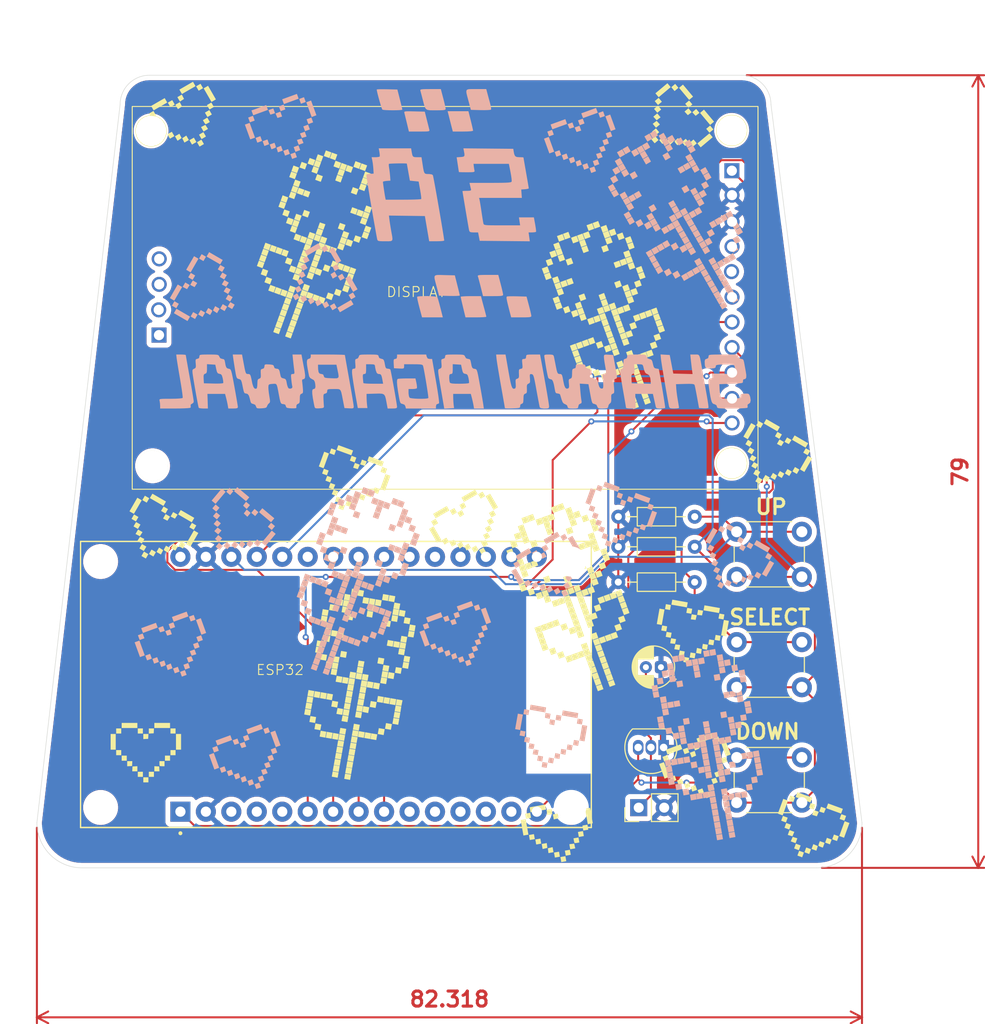
<source format=kicad_pcb>
(kicad_pcb (version 20241229) (generator "pcbnew") (generator_version "9.0")
  (layers (0 "F.Cu" signal) (2 "B.Cu" signal) (13 "F.Paste" user) (15 "B.Paste" user) (5 "F.SilkS" user "F.Silkscreen") (7 "B.SilkS" user "B.Silkscreen") (1 "F.Mask" user) (3 "B.Mask" user) (25 "Edge.Cuts" user))
  (net 0 "")
  (net 1 "Net-(J2-Pin_1)")
  (net 2 "GND")
  (net 3 "BTN_LEFT")
  (net 4 "BTN_SELECT")
  (net 5 "BTN_RIGHT")
  (net 6 "3.3V")
  (net 7 "TFT_RS")
  (net 15 "TFT_RESET")
  (net 21 "TFT_SDA")
  (net 22 "TFT_CLK")
  (net 26 "TFT_CS")
  (footprint "Connector_PinHeader_2.54mm:PinHeader_1x02_P2.54mm_Vertical" (layer "F.Cu") (at 164.725 101.5 90)
    (property "Reference" "J2" (hide yes))
    (property "Value" "3.7V LIPO + CHARGING")
    (pad "1" thru_hole rect (at 0 0 90) (size 1.7 1.7) (drill 1) (layers "*.Cu" "*.Mask") (net 1 "Net-(J2-Pin_1)"))
    (pad "2" thru_hole circle (at 0 2.54 90) (size 1.7 1.7) (drill 1) (layers "*.Cu" "*.Mask") (net 2 "GND"))
  )
  (footprint "Images:pixel flower" (layer "F.Cu") (at 161.339173 52.080286 20)
    (property "Reference" "REF**" (hide yes))
    (property "Value" "pixel flower" (hide yes))
  )
  (footprint "Button_Switch_THT:SW_PUSH_6mm_H5mm" (layer "F.Cu") (at 181 89.5 180)
    (property "Reference" "SELECT1" (hide yes))
    (property "Value" "6x6mm Button")
    (pad "1" thru_hole circle (at 0 0 270) (size 2 2) (drill 1.1) (layers "*.Cu" "*.Mask") (net 6 "3.3V"))
    (pad "1" thru_hole circle (at 6.5 0 270) (size 2 2) (drill 1.1) (layers "*.Cu" "*.Mask") (net 6 "3.3V"))
    (pad "2" thru_hole circle (at 0 4.5 270) (size 2 2) (drill 1.1) (layers "*.Cu" "*.Mask") (net 4 "BTN_SELECT"))
    (pad "2" thru_hole circle (at 6.5 4.5 270) (size 2 2) (drill 1.1) (layers "*.Cu" "*.Mask") (net 4 "BTN_SELECT"))
  )
  (footprint "ESP32 Devkit:MODULE_ESP32_DEVKIT_V1" (layer "F.Cu") (at 134.515 89.2 90)
    (property "Reference" "U5" (hide yes))
    (property "Value" "ESP32-DEVKIT-V1")
    (pad "" np_thru_hole circle (at -12.28 -23.475 90) (size 3 3) (drill 3) (layers "*.Cu" "*.Mask"))
    (pad "" np_thru_hole circle (at -12.28 23.475 90) (size 3 3) (drill 3) (layers "*.Cu" "*.Mask"))
    (pad "" np_thru_hole circle (at 12.23 -23.475 90) (size 3 3) (drill 3) (layers "*.Cu" "*.Mask"))
    (pad "" np_thru_hole circle (at 12.23 23.475 90) (size 3 3) (drill 3) (layers "*.Cu" "*.Mask"))
    (pad "1" thru_hole rect (at -12.7 -15.515 90) (size 2 2) (drill 1.02) (layers "*.Cu" "*.Mask") (net 6 "3.3V"))
    (pad "2" thru_hole circle (at -12.7 -12.975 90) (size 2 2) (drill 1.02) (layers "*.Cu" "*.Mask") (net 2 "GND"))
    (pad "3" thru_hole circle (at -12.7 -10.435 90) (size 2 2) (drill 1.02) (layers "*.Cu" "*.Mask"))
    (pad "4" thru_hole circle (at -12.7 -7.895 90) (size 2 2) (drill 1.02) (layers "*.Cu" "*.Mask"))
    (pad "5" thru_hole circle (at -12.7 -5.355 90) (size 2 2) (drill 1.02) (layers "*.Cu" "*.Mask"))
    (pad "6" thru_hole circle (at -12.7 -2.815 90) (size 2 2) (drill 1.02) (layers "*.Cu" "*.Mask") (net 15 "TFT_RESET"))
    (pad "7" thru_hole circle (at -12.7 -0.275 90) (size 2 2) (drill 1.02) (layers "*.Cu" "*.Mask") (net 7 "TFT_RS"))
    (pad "8" thru_hole circle (at -12.7 2.265 90) (size 2 2) (drill 1.02) (layers "*.Cu" "*.Mask") (net 26 "TFT_CS"))
    (pad "9" thru_hole circle (at -12.7 4.805 90) (size 2 2) (drill 1.02) (layers "*.Cu" "*.Mask") (net 22 "TFT_CLK"))
    (pad "10" thru_hole circle (at -12.7 7.345 90) (size 2 2) (drill 1.02) (layers "*.Cu" "*.Mask"))
    (pad "11" thru_hole circle (at -12.7 9.885 90) (size 2 2) (drill 1.02) (layers "*.Cu" "*.Mask"))
    (pad "12" thru_hole circle (at -12.7 12.425 90) (size 2 2) (drill 1.02) (layers "*.Cu" "*.Mask"))
    (pad "13" thru_hole circle (at -12.7 14.965 90) (size 2 2) (drill 1.02) (layers "*.Cu" "*.Mask"))
    (pad "14" thru_hole circle (at -12.7 17.505 90) (size 2 2) (drill 1.02) (layers "*.Cu" "*.Mask"))
    (pad "15" thru_hole circle (at -12.7 20.045 90) (size 2 2) (drill 1.02) (layers "*.Cu" "*.Mask") (net 21 "TFT_SDA"))
    (pad "16" thru_hole circle (at 12.7 20.045 90) (size 2 2) (drill 1.02) (layers "*.Cu" "*.Mask"))
    (pad "17" thru_hole circle (at 12.7 17.505 90) (size 2 2) (drill 1.02) (layers "*.Cu" "*.Mask"))
    (pad "18" thru_hole circle (at 12.7 14.965 90) (size 2 2) (drill 1.02) (layers "*.Cu" "*.Mask"))
    (pad "19" thru_hole circle (at 12.7 12.425 90) (size 2 2) (drill 1.02) (layers "*.Cu" "*.Mask"))
    (pad "20" thru_hole circle (at 12.7 9.885 90) (size 2 2) (drill 1.02) (layers "*.Cu" "*.Mask"))
    (pad "21" thru_hole circle (at 12.7 7.345 90) (size 2 2) (drill 1.02) (layers "*.Cu" "*.Mask"))
    (pad "22" thru_hole circle (at 12.7 4.805 90) (size 2 2) (drill 1.02) (layers "*.Cu" "*.Mask"))
    (pad "23" thru_hole circle (at 12.7 2.265 90) (size 2 2) (drill 1.02) (layers "*.Cu" "*.Mask"))
    (pad "24" thru_hole circle (at 12.7 -0.275 90) (size 2 2) (drill 1.02) (layers "*.Cu" "*.Mask"))
    (pad "25" thru_hole circle (at 12.7 -2.815 90) (size 2 2) (drill 1.02) (layers "*.Cu" "*.Mask"))
    (pad "26" thru_hole circle (at 12.7 -5.355 90) (size 2 2) (drill 1.02) (layers "*.Cu" "*.Mask") (net 4 "BTN_SELECT"))
    (pad "27" thru_hole circle (at 12.7 -7.895 90) (size 2 2) (drill 1.02) (layers "*.Cu" "*.Mask") (net 3 "BTN_LEFT"))
    (pad "28" thru_hole circle (at 12.7 -10.435 90) (size 2 2) (drill 1.02) (layers "*.Cu" "*.Mask") (net 5 "BTN_RIGHT"))
    (pad "29" thru_hole circle (at 12.7 -12.975 90) (size 2 2) (drill 1.02) (layers "*.Cu" "*.Mask") (net 2 "GND"))
    (pad "30" thru_hole circle (at 12.7 -15.515 90) (size 2 2) (drill 1.02) (layers "*.Cu" "*.Mask"))
    (zone (net 0) (net_name "") (layer "F.Cu") (connect_pads (clearance 0)) (min_thickness 0.01)
      (keepout (tracks not_allowed) (vias not_allowed) (pads not_allowed) (copperpour not_allowed) (footprints allowed))
      (fill (thermal_gap 0.508) (thermal_bridge_width 0.508))
      (polygon (pts (xy 153.5 98.11) (xy 153.5 80.42) (xy 159.99 80.42) (xy 159.99 98.11)))
    )
    (zone (net 0) (net_name "") (layer "B.Cu") (connect_pads (clearance 0)) (min_thickness 0.01)
      (keepout (tracks not_allowed) (vias not_allowed) (pads not_allowed) (copperpour not_allowed) (footprints allowed))
      (fill (thermal_gap 0.508) (thermal_bridge_width 0.508))
      (polygon (pts (xy 153.5 98.11) (xy 153.5 80.42) (xy 159.99 80.42) (xy 159.99 98.11)))
    )
  )
  (footprint "Fiducial:Fiducial_0.5mm_Mask1mm" (layer "F.Cu") (at 174 71)
    (property "Reference" "FID1" (hide yes))
    (property "Value" "Fiducial" (hide yes))
    (pad "" smd circle (at 0 0) (size 0.5 0.5) (layers "F.Cu" "F.Mask"))
  )
  (footprint "Package_TO_SOT_THT:TO-92_Inline" (layer "F.Cu") (at 167.21 95.5 180)
    (property "Reference" "U1" (hide yes))
    (property "Value" "3.3V LDO")
    (pad "1" thru_hole rect (at 0 0 180) (size 1.05 1.5) (drill 0.75) (layers "*.Cu" "*.Mask") (net 2 "GND"))
    (pad "2" thru_hole oval (at 1.27 0 180) (size 1.05 1.5) (drill 0.75) (layers "*.Cu" "*.Mask") (net 1 "Net-(J2-Pin_1)"))
    (pad "3" thru_hole oval (at 2.54 0 180) (size 1.05 1.5) (drill 0.75) (layers "*.Cu" "*.Mask") (net 6 "3.3V"))
  )
  (footprint "ST7735:TFT LCD 1.8inch 128x160 w_ SD Card Slot" (layer "F.Cu") (at 114.192228 69.7632 90)
    (property "Reference" "U2" (hide yes))
    (property "Value" "TFT LCD")
    (pad "" np_thru_hole circle (at 2.3368 2.032 90) (size 3 3) (drill 3) (layers "*.Cu" "*.Mask"))
    (pad "" np_thru_hole circle (at 2.5908 59.807772 90) (size 3 3) (drill 3) (layers "*.Cu" "*.Mask"))
    (pad "" np_thru_hole circle (at 35.7124 1.8796 90) (size 3 3) (drill 3) (layers "*.Cu" "*.Mask"))
    (pad "" np_thru_hole circle (at 35.7632 59.807772 90) (size 3 3) (drill 3) (layers "*.Cu" "*.Mask"))
    (pad "1" thru_hole rect (at 31.748346 59.822422 90) (size 1.5 1.5) (drill 1.02) (layers "*.Cu" "F.Mask" "F.Paste") (net 6 "3.3V"))
    (pad "2" thru_hole circle (at 29.3116 59.8424 90) (size 1.5 1.5) (drill 1.02) (layers "*.Cu" "F.Mask" "F.Paste") (net 2 "GND"))
    (pad "3" thru_hole circle (at 26.67 59.8424 90) (size 1.5 1.5) (drill 1.02) (layers "*.Cu" "F.Mask" "F.Paste") (net 2 "GND"))
    (pad "4" thru_hole circle (at 16.6624 59.8424 90) (size 1.5 1.5) (drill 1.02) (layers "*.Cu" "F.Mask" "F.Paste") (net 22 "TFT_CLK"))
    (pad "5" thru_hole circle (at 14.1224 59.8424 90) (size 1.5 1.5) (drill 1.02) (layers "*.Cu" "F.Mask" "F.Paste") (net 21 "TFT_SDA"))
    (pad "6" thru_hole circle (at 11.6332 59.8424 90) (size 1.5 1.5) (drill 1.02) (layers "*.Cu" "F.Mask" "F.Paste") (net 7 "TFT_RS"))
    (pad "7" thru_hole circle (at 9.0424 59.8424 90) (size 1.5 1.5) (drill 1.02) (layers "*.Cu" "F.Mask" "F.Paste") (net 15 "TFT_RESET"))
    (pad "8" thru_hole circle (at 6.604 59.8424 90) (size 1.5 1.5) (drill 1.02) (layers "*.Cu" "F.Mask" "F.Paste") (net 26 "TFT_CS"))
    (pad "9" thru_hole rect (at 15.362825 2.671078 90) (size 1.5 1.5) (drill 1.02) (layers "*.Cu" "F.Mask" "F.Paste"))
    (pad "10" thru_hole circle (at 17.8816 2.6416 90) (size 1.5 1.5) (drill 1.02) (layers "*.Cu" "F.Mask" "F.Paste"))
    (pad "11" thru_hole circle (at 20.4216 2.6924 90) (size 1.5 1.5) (drill 1.02) (layers "*.Cu" "F.Mask" "F.Paste"))
    (pad "12" thru_hole circle (at 22.9616 2.6924 90) (size 1.5 1.5) (drill 1.02) (layers "*.Cu" "F.Mask" "F.Paste"))
    (pad "NC" thru_hole circle (at 19.1516 59.8424 90) (size 1.5 1.5) (drill 1.02) (layers "*.Cu" "F.Mask" "F.Paste"))
    (pad "NC" thru_hole circle (at 21.6916 59.7916 90) (size 1.5 1.5) (drill 1.02) (layers "*.Cu" "F.Mask" "F.Paste"))
    (pad "NC" thru_hole circle (at 24.1808 59.8424 90) (size 1.5 1.5) (drill 1.02) (layers "*.Cu" "F.Mask" "F.Paste"))
  )
  (footprint "Images:pixel heart" (layer "F.Cu") (at 181.8 103.6 -20)
    (property "Reference" "REF**" (hide yes))
    (property "Value" "pixel heart" (hide yes))
  )
  (footprint "Images:pixel flower" (layer "F.Cu") (at 132.31212 44.844543 -20)
    (property "Reference" "REF**" (hide yes))
    (property "Value" "pixel flower" (hide yes))
  )
  (footprint "Resistor_THT:R_Axial_DIN0204_L3.6mm_D1.6mm_P7.62mm_Horizontal" (layer "F.Cu") (at 170.305526 79.020602 180)
    (property "Reference" "R2" (hide yes))
    (property "Value" "10k")
    (pad "1" thru_hole circle (at 0 0 180) (size 1.4 1.4) (drill 0.7) (layers "*.Cu" "*.Mask") (net 3 "BTN_LEFT"))
    (pad "2" thru_hole circle (at 7.62 0 180) (size 1.4 1.4) (drill 0.7) (layers "*.Cu" "*.Mask") (net 2 "GND"))
  )
  (footprint "Fiducial:Fiducial_0.5mm_Mask1mm" (layer "F.Cu") (at 170.5 101.5)
    (property "Reference" "FID2" (hide yes))
    (property "Value" "Fiducial" (hide yes))
    (pad "" smd circle (at 0 0) (size 0.5 0.5) (layers "F.Cu" "F.Mask"))
  )
  (footprint "Images:pixel heart" (layer "F.Cu") (at 115.55205 96.042559)
    (property "Reference" "REF**" (hide yes))
    (property "Value" "pixel heart" (hide yes))
  )
  (footprint "Resistor_THT:R_Axial_DIN0204_L3.6mm_D1.6mm_P7.62mm_Horizontal" (layer "F.Cu") (at 170.31 72.5 180)
    (property "Reference" "R4" (hide yes))
    (property "Value" "10k")
    (pad "1" thru_hole circle (at 0 0 180) (size 1.4 1.4) (drill 0.7) (layers "*.Cu" "*.Mask") (net 5 "BTN_RIGHT"))
    (pad "2" thru_hole circle (at 7.62 0 180) (size 1.4 1.4) (drill 0.7) (layers "*.Cu" "*.Mask") (net 2 "GND"))
  )
  (footprint "Images:pixel heart" (layer "F.Cu") (at 169.930729 84.129368 -10)
    (property "Reference" "REF**" (hide yes))
    (property "Value" "pixel heart" (hide yes))
  )
  (footprint "Images:pixel heart" (layer "F.Cu") (at 119.65821 32.942156 30)
    (property "Reference" "REF**" (hide yes))
    (property "Value" "pixel heart" (hide yes))
  )
  (footprint "Images:pixel heart" (layer "F.Cu") (at 116.8 74 -30)
    (property "Reference" "REF**" (hide yes))
    (property "Value" "pixel heart" (hide yes))
  )
  (footprint "Resistor_THT:R_Axial_DIN0204_L3.6mm_D1.6mm_P7.62mm_Horizontal" (layer "F.Cu") (at 170.31 75.5 180)
    (property "Reference" "R3" (hide yes))
    (property "Value" "10k")
    (pad "1" thru_hole circle (at 0 0 180) (size 1.4 1.4) (drill 0.7) (layers "*.Cu" "*.Mask") (net 4 "BTN_SELECT"))
    (pad "2" thru_hole circle (at 7.62 0 180) (size 1.4 1.4) (drill 0.7) (layers "*.Cu" "*.Mask") (net 2 "GND"))
  )
  (footprint "Fiducial:Fiducial_0.5mm_Mask1mm" (layer "F.Cu") (at 111.44 72.5)
    (property "Reference" "FID3" (hide yes))
    (property "Value" "Fiducial" (hide yes))
    (pad "" smd circle (at 0 0) (size 0.5 0.5) (layers "F.Cu" "F.Mask"))
  )
  (footprint "Images:pixel heart" (layer "F.Cu") (at 168.4 33.2 -50)
    (property "Reference" "REF**" (hide yes))
    (property "Value" "pixel heart" (hide yes))
  )
  (footprint "Images:pixel heart" (layer "F.Cu") (at 136 69 -20)
    (property "Reference" "REF**" (hide yes))
    (property "Value" "pixel heart" (hide yes))
  )
  (footprint "Images:pixel heart" (layer "F.Cu") (at 156.737885 103.985433 10)
    (property "Reference" "REF**" (hide yes))
    (property "Value" "pixel heart" (hide yes))
  )
  (footprint "Images:pixel heart" (layer "F.Cu") (at 178.04755 66.561749 -30)
    (property "Reference" "REF**" (hide yes))
    (property "Value" "pixel heart" (hide yes))
  )
  (footprint "Images:pixel heart" (layer "F.Cu") (at 170.712715 97.709238 20)
    (property "Reference" "REF**" (hide yes))
    (property "Value" "pixel heart" (hide yes))
  )
  (footprint "Button_Switch_THT:SW_PUSH_6mm_H5mm" (layer "F.Cu") (at 181 78.5 180)
    (property "Reference" "UP1" (hide yes))
    (property "Value" "6x6mm Button")
    (pad "1" thru_hole circle (at 0 0 270) (size 2 2) (drill 1.1) (layers "*.Cu" "*.Mask") (net 6 "3.3V"))
    (pad "1" thru_hole circle (at 6.5 0 270) (size 2 2) (drill 1.1) (layers "*.Cu" "*.Mask") (net 6 "3.3V"))
    (pad "2" thru_hole circle (at 0 4.5 270) (size 2 2) (drill 1.1) (layers "*.Cu" "*.Mask") (net 5 "BTN_RIGHT"))
    (pad "2" thru_hole circle (at 6.5 4.5 270) (size 2 2) (drill 1.1) (layers "*.Cu" "*.Mask") (net 5 "BTN_RIGHT"))
  )
  (footprint "Capacitor_THT:CP_Radial_D4.0mm_P1.50mm" (layer "F.Cu") (at 166.94 87.5 180)
    (property "Reference" "C1" (hide yes))
    (property "Value" "10 uF")
    (pad "1" thru_hole roundrect (at 0 0 180) (size 1.2 1.2) (drill 0.6) (layers "*.Cu" "*.Mask") (roundrect_rratio 0.208333) (net 2 "GND"))
    (pad "2" thru_hole circle (at 1.5 0 180) (size 1.2 1.2) (drill 0.6) (layers "*.Cu" "*.Mask") (net 1 "Net-(J2-Pin_1)"))
  )
  (footprint "Button_Switch_THT:SW_PUSH_6mm_H5mm" (layer "F.Cu") (at 181 101 180)
    (property "Reference" "DOWN1" (hide yes))
    (property "Value" "6x6mm Button")
    (pad "1" thru_hole circle (at 0 0 270) (size 2 2) (drill 1.1) (layers "*.Cu" "*.Mask") (net 6 "3.3V"))
    (pad "1" thru_hole circle (at 6.5 0 270) (size 2 2) (drill 1.1) (layers "*.Cu" "*.Mask") (net 6 "3.3V"))
    (pad "2" thru_hole circle (at 0 4.5 270) (size 2 2) (drill 1.1) (layers "*.Cu" "*.Mask") (net 3 "BTN_LEFT"))
    (pad "2" thru_hole circle (at 6.5 4.5 270) (size 2 2) (drill 1.1) (layers "*.Cu" "*.Mask") (net 3 "BTN_LEFT"))
  )
  (footprint "Images:pixel heart" (layer "F.Cu") (at 147.8 73.6 30)
    (property "Reference" "REF**" (hide yes))
    (property "Value" "pixel heart" (hide yes))
  )
  (footprint "Images:pixel flower" (layer "F.Cu") (at 157.8 80.2 20)
    (property "Reference" "REF**" (hide yes))
    (property "Value" "pixel flower" (hide yes))
  )
  (footprint "Images:pixel flower" (layer "F.Cu") (at 136.480386 88.592706 -10)
    (property "Reference" "REF**" (hide yes))
    (property "Value" "pixel flower" (hide yes))
  )
  (footprint "Images:pixel heart" (layer "B.Cu") (at 129.377902 33.993083 -160)
    (property "Reference" "REF**" (hide yes))
    (property "Value" "pixel heart" (hide yes))
  )
  (footprint "Images:pixel heart" (layer "B.Cu") (at 121.742155 50.116967 -120)
    (property "Reference" "REF**" (hide yes))
    (property "Value" "pixel heart" (hide yes))
  )
  (footprint "Images:pixel flower" (layer "B.Cu") (at 136.6 78.6 160)
    (property "Reference" "REF**" (hide yes))
    (property "Value" "pixel flower" (hide yes))
  )
  (footprint "Images:pixel flower" (layer "B.Cu") (at 169.065626 42.501104 -150)
    (property "Reference" "REF**" (hide yes))
    (property "Value" "pixel flower" (hide yes))
  )
  (footprint "Images:pixel heart" (layer "B.Cu") (at 162.6 72.647334 160)
    (property "Reference" "REF**" (hide yes))
    (property "Value" "pixel heart" (hide yes))
  )
  (footprint "Images:pixel heart" (layer "B.Cu") (at 146.8 84.539966 -160)
    (property "Reference" "REF**" (hide yes))
    (property "Value" "pixel heart" (hide yes))
  )
  (footprint "Images:pixel heart" (layer "B.Cu") (at 155.8 94.6 170)
    (property "Reference" "REF**" (hide yes))
    (property "Value" "pixel heart" (hide yes))
  )
  (footprint "Images:pixel heart" (layer "B.Cu") (at 124.6 73.4 140)
    (property "Reference" "REF**" (hide yes))
    (property "Value" "pixel heart" (hide yes))
  )
  (footprint "Images:pixel heart" (layer "B.Cu") (at 132.878512 49.24042 120)
    (property "Reference" "REF**" (hide yes))
    (property "Value" "pixel heart" (hide yes))
  )
  (footprint "Images:pixel heart" (layer "B.Cu") (at 125.8 96.8 -160)
    (property "Reference" "REF**" (hide yes))
    (property "Value" "pixel heart" (hide yes))
  )
  (footprint "Images:pixel logo" (layer "B.Cu") (at 145.762839 50.191668 180)
    (property "Reference" "REF**" (hide yes))
    (property "Value" "pixel logo" (hide yes))
  )
  (footprint "Images:pixel heart" (layer "B.Cu") (at 174.25 77 150)
    (property "Reference" "REF**" (hide yes))
    (property "Value" "pixel heart" (hide yes))
  )
  (footprint "Images:pixel heart" (layer "B.Cu") (at 156 77.8 -150)
    (property "Reference" "REF**" (hide yes))
    (property "Value" "pixel heart" (hide yes))
  )
  (footprint "Images:pixel heart" (layer "B.Cu") (at 159.220967 35.393081 -160)
    (property "Reference" "REF**" (hide yes))
    (property "Value" "pixel heart" (hide yes))
  )
  (footprint "Images:pixel flower" (layer "B.Cu") (at 171.992482 94.609505 -170)
    (property "Reference" "REF**" (hide yes))
    (property "Value" "pixel flower" (hide yes))
  )
  (footprint "Images:pixel heart" (layer "B.Cu") (at 118.377899 85.593081 -160)
    (property "Reference" "REF**" (hide yes))
    (property "Value" "pixel heart" (hide yes))
  )
  (gr_line (start 175 28.5) (end 115.917459 28.5) (stroke (width 0.05)) (layer "Edge.Cuts"))
  (gr_arc (start 109.181981 107.5) (mid 106 106.181981) (end 104.681981 103) (stroke (width 0.05)) (layer "Edge.Cuts"))
  (gr_arc (start 187 103) (mid 185.681981 106.181981) (end 182.5 107.5) (stroke (width 0.05)) (layer "Edge.Cuts"))
  (gr_line (start 187 103) (end 177.919244 31.419244) (stroke (width 0.05)) (layer "Edge.Cuts"))
  (gr_line (start 112.982558 31.419244) (end 104.681981 103) (stroke (width 0.05)) (layer "Edge.Cuts"))
  (gr_line (start 182.5 107.5) (end 109.182 107.5) (stroke (width 0.05)) (layer "Edge.Cuts"))
  (gr_arc (start 175 28.5) (mid 177.064217 29.355027) (end 177.919244 31.419244) (stroke (width 0.05)) (layer "Edge.Cuts"))
  (gr_arc (start 112.982516 31.419244) (mid 113.843098 29.349469) (end 115.917459 28.5) (stroke (width 0.05)) (layer "Edge.Cuts"))
  (gr_text "UP" (at 176.2 72.4 0) (layer "F.SilkS") (effects (font (size 1.5 1.5) (thickness 0.3) (bold yes)) (justify left bottom)))
  (gr_text "SELECT\n" (at 173.6 83.4 0) (layer "F.SilkS") (effects (font (size 1.5 1.5) (thickness 0.3) (bold yes)) (justify left bottom)))
  (gr_text "DOWN\n" (at 174.2 94.8 0) (layer "F.SilkS") (effects (font (size 1.5 1.5) (thickness 0.3) (bold yes)) (justify left bottom)))
  (gr_text "DISPLAY\n" (at 139.5 50.6878 0) (layer "F.SilkS") (effects (font (size 1 1) (thickness 0.1)) (justify left bottom)))
  (gr_text "ESP32" (at 126.5 88.359 0) (layer "F.SilkS") (effects (font (size 1 1) (thickness 0.1)) (justify left bottom)))
  (dimension (type orthogonal) (layer "F.Cu") (pts (xy 104.682 103) (xy 187 103)) (height 19.4) (orientation 0) (format (prefix "") (suffix "") (units 3) (units_format 0) (precision 4) (suppress_zeroes yes)) (style (thickness 0.2) (arrow_length 1.27) (text_position_mode 0) (arrow_direction outward) (extension_height 0.58642) (extension_offset 0.5) (keep_text_aligned yes)) (gr_text "82.318" (at 145.841 120.6 0) (layer "F.Cu") (effects (font (size 1.5 1.5) (thickness 0.3)))))
  (dimension (type orthogonal) (layer "F.Cu") (pts (xy 182.5 107.5) (xy 175 28.5)) (height 16.1) (orientation 1) (format (prefix "") (suffix "") (units 3) (units_format 0) (precision 4) (suppress_zeroes yes)) (style (thickness 0.2) (arrow_length 1.27) (text_position_mode 0) (arrow_direction outward) (extension_height 0.58642) (extension_offset 0.5) (keep_text_aligned yes)) (gr_text "79" (at 196.8 68 90) (layer "F.Cu") (effects (font (size 1.5 1.5) (thickness 0.3)))))
  (segment (start 165.94 100.285) (end 165.94 95.5) (width 0.2) (layer "F.Cu") (net 1))
  (segment (start 165.94 94.56) (end 165.44 94.06) (width 0.2) (layer "F.Cu") (net 1))
  (segment (start 165.94 95.5) (end 165.94 94.56) (width 0.2) (layer "F.Cu") (net 1))
  (segment (start 165.44 94.06) (end 165.44 87.5) (width 0.2) (layer "F.Cu") (net 1))
  (segment (start 164.725 101.5) (end 165.94 100.285) (width 0.2) (layer "F.Cu") (net 1))
  (segment (start 166.94 87.5) (end 166.94 95.23) (width 0.2) (layer "F.Cu") (net 2))
  (segment (start 162.69 72.5) (end 162.69 75.5) (width 0.2) (layer "F.Cu") (net 2))
  (segment (start 162.685526 75.504474) (end 162.69 75.5) (width 0.2) (layer "F.Cu") (net 2))
  (segment (start 162.685526 79.020602) (end 162.685526 75.504474) (width 0.2) (layer "F.Cu") (net 2))
  (segment (start 166.94 95.23) (end 167.21 95.5) (width 0.2) (layer "F.Cu") (net 2))
  (segment (start 160.601 62.046943) (end 160.601 49.326504) (width 0.2) (layer "F.Cu") (net 3))
  (segment (start 160.248943 62.399) (end 160.601 62.046943) (width 0.2) (layer "F.Cu") (net 3))
  (segment (start 126.62 76.5) (end 140.721 62.399) (width 0.2) (layer "F.Cu") (net 3))
  (segment (start 178.101 39.999204) (end 178.101 69.748943) (width 0.2) (layer "F.Cu") (net 3))
  (segment (start 140.721 62.399) (end 160.248943 62.399) (width 0.2) (layer "F.Cu") (net 3))
  (segment (start 169 77.715076) (end 170.305526 79.020602) (width 0.2) (layer "F.Cu") (net 3))
  (segment (start 160.601 49.326504) (end 172.96365 36.963854) (width 0.2) (layer "F.Cu") (net 3))
  (segment (start 175.06565 36.963854) (end 178.101 39.999204) (width 0.2) (layer "F.Cu") (net 3))
  (segment (start 177.748943 70.101) (end 170.554209 70.101) (width 0.2) (layer "F.Cu") (net 3))
  (segment (start 172.96365 36.963854) (end 175.06565 36.963854) (width 0.2) (layer "F.Cu") (net 3))
  (segment (start 174.5 96.5) (end 170.305526 92.305526) (width 0.2) (layer "F.Cu") (net 3))
  (segment (start 178.101 69.748943) (end 177.748943 70.101) (width 0.2) (layer "F.Cu") (net 3))
  (segment (start 170.554209 70.101) (end 169 71.655209) (width 0.2) (layer "F.Cu") (net 3))
  (segment (start 170.305526 92.305526) (end 170.305526 79.020602) (width 0.2) (layer "F.Cu") (net 3))
  (segment (start 181 96.5) (end 174.5 96.5) (width 0.2) (layer "F.Cu") (net 3))
  (segment (start 169 71.655209) (end 169 77.715076) (width 0.2) (layer "F.Cu") (net 3))
  (segment (start 174.5 85) (end 172 82.5) (width 0.2) (layer "F.Cu") (net 4))
  (segment (start 172 77.19) (end 170.31 75.5) (width 0.2) (layer "F.Cu") (net 4))
  (segment (start 181 85) (end 174.5 85) (width 0.2) (layer "F.Cu") (net 4))
  (segment (start 172 82.5) (end 172 77.19) (width 0.2) (layer "F.Cu") (net 4))
  (segment (start 170.31 75.5) (end 172.101 73.709) (width 0.2) (layer "B.Cu") (net 4))
  (segment (start 172.101 73.709) (end 172.101 62.751057) (width 0.2) (layer "B.Cu") (net 4))
  (segment (start 143.261 62.399) (end 129.16 76.5) (width 0.2) (layer "B.Cu") (net 4))
  (segment (start 171.748943 62.399) (end 143.261 62.399) (width 0.2) (layer "B.Cu") (net 4))
  (segment (start 172.101 62.751057) (end 171.748943 62.399) (width 0.2) (layer "B.Cu") (net 4))
  (segment (start 173 72.5) (end 170.31 72.5) (width 0.2) (layer "F.Cu") (net 5))
  (segment (start 181 74) (end 174.5 74) (width 0.2) (layer "F.Cu") (net 5))
  (segment (start 174.5 74) (end 173 72.5) (width 0.2) (layer "F.Cu") (net 5))
  (segment (start 158.922809 79.222) (end 151.439892 79.222) (width 0.2) (layer "B.Cu") (net 5))
  (segment (start 150.018892 77.801) (end 125.381 77.801) (width 0.2) (layer "B.Cu") (net 5))
  (segment (start 174.5 74) (end 171.999 76.501) (width 0.2) (layer "B.Cu") (net 5))
  (segment (start 125.381 77.801) (end 124.08 76.5) (width 0.2) (layer "B.Cu") (net 5))
  (segment (start 171.999 76.501) (end 161.643809 76.501) (width 0.2) (layer "B.Cu") (net 5))
  (segment (start 151.439892 79.222) (end 150.018892 77.801) (width 0.2) (layer "B.Cu") (net 5))
  (segment (start 161.643809 76.501) (end 158.922809 79.222) (width 0.2) (layer "B.Cu") (net 5))
  (segment (start 182.301 90.801) (end 181 89.5) (width 0.2) (layer "F.Cu") (net 6))
  (segment (start 181 101) (end 174.5 101) (width 0.2) (layer "F.Cu") (net 6))
  (segment (start 181 101) (end 182.301 99.699) (width 0.2) (layer "F.Cu") (net 6))
  (segment (start 172.5 99) (end 174.5 101) (width 0.2) (layer "F.Cu") (net 6))
  (segment (start 181 89.5) (end 174.5 89.5) (width 0.2) (layer "F.Cu") (net 6))
  (segment (start 182.301 88.199) (end 182.301 79.801) (width 0.2) (layer "F.Cu") (net 6))
  (segment (start 119 101.9) (end 120.431 103.331) (width 0.2) (layer "F.Cu") (net 6))
  (segment (start 164.67 98.67) (end 165 99) (width 0.2) (layer "F.Cu") (net 6))
  (segment (start 164.67 95.5) (end 164.67 98.67) (width 0.2) (layer "F.Cu") (net 6))
  (segment (start 181 78.5) (end 174.5 78.5) (width 0.2) (layer "F.Cu") (net 6))
  (segment (start 177.5 41.500204) (end 177.5 69.5) (width 0.2) (layer "F.Cu") (net 6))
  (segment (start 160.009 103.331) (end 164.67 98.67) (width 0.2) (layer "F.Cu") (net 6))
  (segment (start 181 89.5) (end 182.301 88.199) (width 0.2) (layer "F.Cu") (net 6))
  (segment (start 169.5 99) (end 172.5 99) (width 0.2) (layer "F.Cu") (net 6))
  (segment (start 182.301 79.801) (end 181 78.5) (width 0.2) (layer "F.Cu") (net 6))
  (segment (start 182.301 99.699) (end 182.301 90.801) (width 0.2) (layer "F.Cu") (net 6))
  (segment (start 174.01465 38.014854) (end 177.5 41.500204) (width 0.2) (layer "F.Cu") (net 6))
  (segment (start 120.431 103.331) (end 160.009 103.331) (width 0.2) (layer "F.Cu") (net 6))
  (via (at 177.5 69.5) (size 0.6) (drill 0.3) (layers "F.Cu" "B.Cu") (net 6))
  (via (at 165 99) (size 0.6) (drill 0.3) (layers "F.Cu" "B.Cu") (net 6))
  (via (at 169.5 99) (size 0.6) (drill 0.3) (layers "F.Cu" "B.Cu") (net 6))
  (segment (start 168.5 99) (end 169.5 99) (width 0.2) (layer "B.Cu") (net 6))
  (segment (start 177.5 75) (end 181 78.5) (width 0.2) (layer "B.Cu") (net 6))
  (segment (start 177.5 69.5) (end 177.5 75) (width 0.2) (layer "B.Cu") (net 6))
  (segment (start 165 99) (end 168.5 99) (width 0.2) (layer "B.Cu") (net 6))
  (segment (start 135.160108 58.5) (end 160 58.5) (width 0.2) (layer "F.Cu") (net 7))
  (segment (start 126.650943 77.801) (end 118.461108 77.801) (width 0.2) (layer "F.Cu") (net 7))
  (segment (start 171.87 58.13) (end 174.034628 58.13) (width 0.2) (layer "F.Cu") (net 7))
  (segment (start 134.24 94.609943) (end 138.601 90.248943) (width 0.2) (layer "F.Cu") (net 7))
  (segment (start 138.601 89.751057) (end 126.650943 77.801) (width 0.2) (layer "F.Cu") (net 7))
  (segment (start 117.699 77.038892) (end 117.699 75.961108) (width 0.2) (layer "F.Cu") (net 7))
  (segment (start 118.461108 77.801) (end 117.699 77.038892) (width 0.2) (layer "F.Cu") (net 7))
  (segment (start 117.699 75.961108) (end 135.160108 58.5) (width 0.2) (layer "F.Cu") (net 7))
  (segment (start 138.601 90.248943) (end 138.601 89.751057) (width 0.2) (layer "F.Cu") (net 7))
  (segment (start 134.24 101.9) (end 134.24 94.609943) (width 0.2) (layer "F.Cu") (net 7))
  (segment (start 171.5 58.5) (end 171.87 58.13) (width 0.2) (layer "F.Cu") (net 7))
  (via (at 171.5 58.5) (size 0.6) (drill 0.3) (layers "F.Cu" "B.Cu") (net 7))
  (via (at 160 58.5) (size 0.6) (drill 0.3) (layers "F.Cu" "B.Cu") (net 7))
  (segment (start 160 58.5) (end 171.5 58.5) (width 0.2) (layer "B.Cu") (net 7))
  (segment (start 133.5 78.5) (end 152 78.5) (width 0.2) (layer "F.Cu") (net 15))
  (segment (start 131.7 84.7) (end 131.5 84.5) (width 0.2) (layer "F.Cu") (net 15))
  (segment (start 164 64) (end 167.2792 60.7208) (width 0.2) (layer "F.Cu") (net 15))
  (segment (start 131.7 101.9) (end 131.7 84.7) (width 0.2) (layer "F.Cu") (net 15))
  (segment (start 167.2792 60.7208) (end 174.034628 60.7208) (width 0.2) (layer "F.Cu") (net 15))
  (via (at 164 64) (size 0.6) (drill 0.3) (layers "F.Cu" "B.Cu") (net 15))
  (via (at 152 78.5) (size 0.6) (drill 0.3) (layers "F.Cu" "B.Cu") (net 15))
  (via (at 131.5 84.5) (size 0.6) (drill 0.3) (layers "F.Cu" "B.Cu") (net 15))
  (via (at 133.5 78.5) (size 0.6) (drill 0.3) (layers "F.Cu" "B.Cu") (net 15))
  (segment (start 161.689 66.311) (end 164 64) (width 0.2) (layer "B.Cu") (net 15))
  (segment (start 131.5 78.5) (end 133.5 78.5) (width 0.2) (layer "B.Cu") (net 15))
  (segment (start 152 78.5) (end 152.321 78.821) (width 0.2) (layer "B.Cu") (net 15))
  (segment (start 131.5 84.5) (end 131.5 78.5) (width 0.2) (layer "B.Cu") (net 15))
  (segment (start 161.689 75.888709) (end 161.689 66.311) (width 0.2) (layer "B.Cu") (net 15))
  (segment (start 152.321 78.821) (end 158.756709 78.821) (width 0.2) (layer "B.Cu") (net 15))
  (segment (start 158.756709 78.821) (end 161.689 75.888709) (width 0.2) (layer "B.Cu") (net 15))
  (segment (start 158.249 98.211) (end 160.031836 98.211) (width 0.2) (layer "F.Cu") (net 21))
  (segment (start 160.031836 98.211) (end 163.686526 94.55631) (width 0.2) (layer "F.Cu") (net 21))
  (segment (start 163.686526 94.55631) (end 163.686526 76.401583) (width 0.2) (layer "F.Cu") (net 21))
  (segment (start 176.9766 69.0234) (end 177 69) (width 0.2) (layer "F.Cu") (net 21))
  (segment (start 163.686526 76.401583) (end 171.064709 69.0234) (width 0.2) (layer "F.Cu") (net 21))
  (segment (start 154.56 101.9) (end 158.249 98.211) (width 0.2) (layer "F.Cu") (net 21))
  (segment (start 177 58.606172) (end 174.034628 55.6408) (width 0.2) (layer "F.Cu") (net 21))
  (segment (start 171.064709 69.0234) (end 176.9766 69.0234) (width 0.2) (layer "F.Cu") (net 21))
  (segment (start 177 69) (end 177 58.606172) (width 0.2) (layer "F.Cu") (net 21))
  (segment (start 161.689 75.888709) (end 161.689 56.311) (width 0.2) (layer "F.Cu") (net 22))
  (segment (start 161.689 56.311) (end 164.8992 53.1008) (width 0.2) (layer "F.Cu") (net 22))
  (segment (start 139.32 101.9) (end 139.32 94.457164) (width 0.2) (layer "F.Cu") (net 22))
  (segment (start 139.32 94.457164) (end 154.956164 78.821) (width 0.2) (layer "F.Cu") (net 22))
  (segment (start 158.756709 78.821) (end 161.689 75.888709) (width 0.2) (layer "F.Cu") (net 22))
  (segment (start 164.8992 53.1008) (end 174.034628 53.1008) (width 0.2) (layer "F.Cu") (net 22))
  (segment (start 154.956164 78.821) (end 158.756709 78.821) (width 0.2) (layer "F.Cu") (net 22))
  (segment (start 156.139 76.760892) (end 156.139 66.861) (width 0.2) (layer "F.Cu") (net 26))
  (segment (start 156.139 66.861) (end 160 63) (width 0.2) (layer "F.Cu") (net 26))
  (segment (start 136.78 96.119892) (end 156.139 76.760892) (width 0.2) (layer "F.Cu") (net 26))
  (segment (start 171.6592 63.1592) (end 174.034628 63.1592) (width 0.2) (layer "F.Cu") (net 26))
  (segment (start 136.78 101.9) (end 136.78 96.119892) (width 0.2) (layer "F.Cu") (net 26))
  (segment (start 171.5 63) (end 171.6592 63.1592) (width 0.2) (layer "F.Cu") (net 26))
  (via (at 160 63) (size 0.6) (drill 0.3) (layers "F.Cu" "B.Cu") (net 26))
  (via (at 171.5 63) (size 0.6) (drill 0.3) (layers "F.Cu" "B.Cu") (net 26))
  (segment (start 160 63) (end 171.5 63) (width 0.2) (layer "B.Cu") (net 26))
  (zone (net 2) (net_name "GND") (layer "F.Cu") (connect_pads (clearance 0.5)) (min_thickness 0.25) (fill yes (thermal_gap 0.5) (thermal_bridge_width 0.5))
    (polygon (pts (xy 193.5 21) (xy 103 21) (xy 101 113) (xy 194 113)))
  )
  (zone (net 2) (net_name "GND") (layer "B.Cu") (priority 1) (connect_pads (clearance 0.5)) (min_thickness 0.25) (fill yes (thermal_gap 0.5) (thermal_bridge_width 0.5))
    (polygon (pts (xy 193.5 21) (xy 103 21) (xy 101 113) (xy 194 113)))
  )
)
</source>
